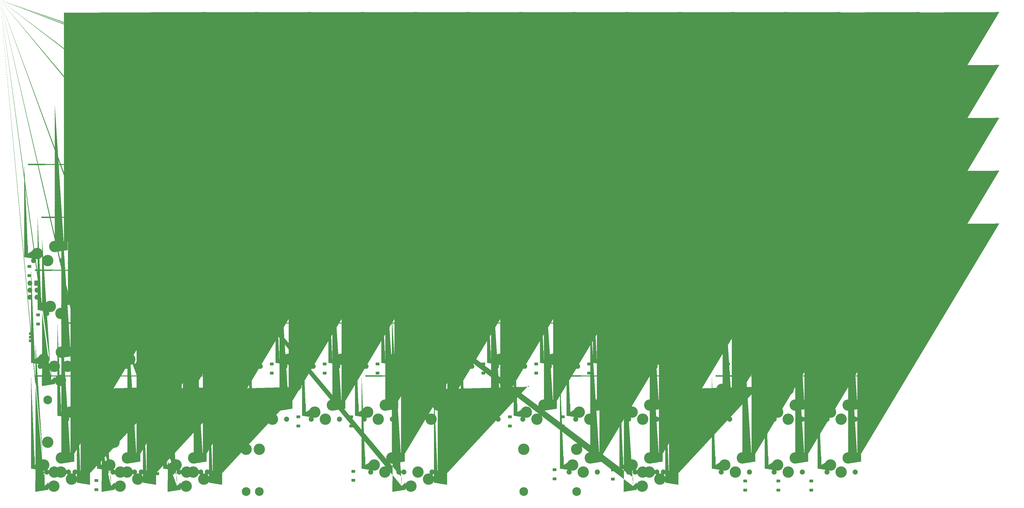
<source format=gbs>
G04 #@! TF.GenerationSoftware,KiCad,Pcbnew,(6.0.0-0)*
G04 #@! TF.CreationDate,2022-07-22T22:21:07+01:00*
G04 #@! TF.ProjectId,bakeneko-65-pcb,62616b65-6e65-46b6-9f2d-36352d706362,rev?*
G04 #@! TF.SameCoordinates,Original*
G04 #@! TF.FileFunction,Soldermask,Bot*
G04 #@! TF.FilePolarity,Negative*
%FSLAX46Y46*%
G04 Gerber Fmt 4.6, Leading zero omitted, Abs format (unit mm)*
G04 Created by KiCad (PCBNEW (6.0.0-0)) date 2022-07-22 22:21:07*
%MOMM*%
%LPD*%
G01*
G04 APERTURE LIST*
G04 Aperture macros list*
%AMRoundRect*
0 Rectangle with rounded corners*
0 $1 Rounding radius*
0 $2 $3 $4 $5 $6 $7 $8 $9 X,Y pos of 4 corners*
0 Add a 4 corners polygon primitive as box body*
4,1,4,$2,$3,$4,$5,$6,$7,$8,$9,$2,$3,0*
0 Add four circle primitives for the rounded corners*
1,1,$1+$1,$2,$3*
1,1,$1+$1,$4,$5*
1,1,$1+$1,$6,$7*
1,1,$1+$1,$8,$9*
0 Add four rect primitives between the rounded corners*
20,1,$1+$1,$2,$3,$4,$5,0*
20,1,$1+$1,$4,$5,$6,$7,0*
20,1,$1+$1,$6,$7,$8,$9,0*
20,1,$1+$1,$8,$9,$2,$3,0*%
%AMFreePoly0*
4,1,59,3.278779,2.028406,3.282808,2.027442,3.282605,2.026594,3.294134,2.026594,3.304789,2.022180,3.316000,2.019497,3.325327,2.012730,3.325660,2.013535,3.329487,2.011950,3.337641,2.003796,3.346976,1.997024,3.349143,1.993493,3.348401,1.993038,3.356548,1.984891,3.360961,1.974239,3.366993,1.964410,3.368805,1.953025,3.369610,1.953359,3.371195,1.949532,3.375000,1.930400,
3.375000,-1.930400,3.371195,-1.949532,3.369610,-1.953359,3.368805,-1.953025,3.366993,-1.964410,3.360961,-1.974239,3.356548,-1.984891,3.348401,-1.993038,3.349143,-1.993493,3.346976,-1.997024,3.337641,-2.003796,3.329487,-2.011950,3.325660,-2.013535,3.325327,-2.012730,3.316000,-2.019497,3.304789,-2.022180,3.294134,-2.026594,3.282605,-2.026594,3.282808,-2.027442,3.278779,-2.028406,
3.259288,-2.029158,-1.211112,-1.317958,-1.229410,-1.311193,-1.239239,-1.305161,-1.249891,-1.300748,-1.250639,-1.300000,-1.275000,-1.300000,-1.310355,-1.285355,-1.325000,-1.250000,-1.325000,1.250000,-1.310355,1.285355,-1.275000,1.300000,-1.250639,1.300000,-1.249891,1.300748,-1.239239,1.305161,-1.229410,1.311193,-1.211112,1.317958,3.259288,2.029158,3.278779,2.028406,3.278779,2.028406,
$1*%
%AMFreePoly1*
4,1,59,1.234912,1.317958,1.253212,1.311192,1.263038,1.305161,1.273689,1.300749,1.274438,1.300000,1.275000,1.300000,1.310355,1.285355,1.325000,1.250000,1.325000,-1.250000,1.310355,-1.285355,1.275000,-1.300000,1.274438,-1.300000,1.273689,-1.300749,1.263038,-1.305161,1.253212,-1.311192,1.234912,-1.317958,-3.235488,-2.029158,-3.254979,-2.028406,-3.259008,-2.027442,-3.258805,-2.026594,
-3.270334,-2.026594,-3.280989,-2.022180,-3.292200,-2.019497,-3.301527,-2.012730,-3.301860,-2.013535,-3.305687,-2.011950,-3.313841,-2.003796,-3.323176,-1.997024,-3.325343,-1.993493,-3.324601,-1.993038,-3.332748,-1.984891,-3.337161,-1.974239,-3.343193,-1.964410,-3.345005,-1.953025,-3.345810,-1.953359,-3.347395,-1.949532,-3.351200,-1.930400,-3.351200,1.930400,-3.347395,1.949532,-3.345810,1.953359,
-3.345005,1.953025,-3.343193,1.964410,-3.337161,1.974239,-3.332748,1.984891,-3.324601,1.993038,-3.325343,1.993493,-3.323176,1.997024,-3.313841,2.003796,-3.305687,2.011950,-3.301860,2.013535,-3.301527,2.012730,-3.292200,2.019497,-3.280989,2.022180,-3.270334,2.026594,-3.258805,2.026594,-3.259008,2.027442,-3.254979,2.028406,-3.235488,2.029158,1.234912,1.317958,1.234912,1.317958,
$1*%
G04 Aperture macros list end*
%ADD10RoundRect,0.050000X0.500000X0.500000X-0.500000X0.500000X-0.500000X-0.500000X0.500000X-0.500000X0*%
%ADD11O,1.100000X1.100000*%
%ADD12RoundRect,0.300000X-0.375000X-0.625000X0.375000X-0.625000X0.375000X0.625000X-0.375000X0.625000X0*%
%ADD13RoundRect,0.200000X-0.625000X0.150000X-0.625000X-0.150000X0.625000X-0.150000X0.625000X0.150000X0*%
%ADD14RoundRect,0.300000X-0.650000X0.350000X-0.650000X-0.350000X0.650000X-0.350000X0.650000X0.350000X0*%
%ADD15O,1.800000X1.800000*%
%ADD16RoundRect,0.050000X0.850000X0.850000X-0.850000X0.850000X-0.850000X-0.850000X0.850000X-0.850000X0*%
%ADD17RoundRect,0.293750X-0.243750X-0.456250X0.243750X-0.456250X0.243750X0.456250X-0.243750X0.456250X0*%
%ADD18RoundRect,0.050000X-0.850000X-0.500000X0.850000X-0.500000X0.850000X0.500000X-0.850000X0.500000X0*%
%ADD19RoundRect,0.293750X0.243750X0.456250X-0.243750X0.456250X-0.243750X-0.456250X0.243750X-0.456250X0*%
%ADD20RoundRect,0.293750X0.456250X-0.243750X0.456250X0.243750X-0.456250X0.243750X-0.456250X-0.243750X0*%
%ADD21RoundRect,0.112500X-0.062500X0.475000X-0.062500X-0.475000X0.062500X-0.475000X0.062500X0.475000X0*%
%ADD22RoundRect,0.112500X-0.475000X0.062500X-0.475000X-0.062500X0.475000X-0.062500X0.475000X0.062500X0*%
%ADD23RoundRect,0.050000X-2.600000X2.600000X-2.600000X-2.600000X2.600000X-2.600000X2.600000X2.600000X0*%
%ADD24RoundRect,0.050000X0.700000X0.600000X-0.700000X0.600000X-0.700000X-0.600000X0.700000X-0.600000X0*%
%ADD25RoundRect,0.293750X-0.456250X0.243750X-0.456250X-0.243750X0.456250X-0.243750X0.456250X0.243750X0*%
%ADD26RoundRect,0.050000X0.600000X-0.450000X0.600000X0.450000X-0.600000X0.450000X-0.600000X-0.450000X0*%
%ADD27C,1.850000*%
%ADD28C,4.087800*%
%ADD29C,4.100000*%
%ADD30FreePoly0,0.000000*%
%ADD31FreePoly1,0.000000*%
%ADD32FreePoly0,180.000000*%
%ADD33FreePoly1,180.000000*%
%ADD34C,3.148000*%
%ADD35RoundRect,0.050000X0.325000X-0.530000X0.325000X0.530000X-0.325000X0.530000X-0.325000X-0.530000X0*%
G04 APERTURE END LIST*
D10*
X2730000Y-37850000D03*
D11*
X2730000Y-36580000D03*
X2730000Y-35310000D03*
D12*
X23310000Y-17120000D03*
X26110000Y-17120000D03*
D13*
X64050000Y-16003750D03*
X64050000Y-17003750D03*
X64050000Y-18003750D03*
X64050000Y-19003750D03*
D14*
X67925000Y-20303750D03*
X67925000Y-14703750D03*
D15*
X2535000Y-22155000D03*
X5075000Y-22155000D03*
X2535000Y-19615000D03*
X5075000Y-19615000D03*
X2535000Y-17075000D03*
D16*
X5075000Y-17075000D03*
D17*
X31402500Y-18753750D03*
X33277500Y-18753750D03*
X31402500Y-16253750D03*
X33277500Y-16253750D03*
D18*
X58393750Y-37385000D03*
X52093750Y-37385000D03*
X58393750Y-33585000D03*
X52093750Y-33585000D03*
D19*
X43697500Y-32860000D03*
X41822500Y-32860000D03*
X24061250Y-28750000D03*
X22186250Y-28750000D03*
D20*
X31700000Y-44937500D03*
X31700000Y-43062500D03*
D21*
X26053750Y-34421250D03*
X26553750Y-34421250D03*
X27053750Y-34421250D03*
X27553750Y-34421250D03*
X28053750Y-34421250D03*
X28553750Y-34421250D03*
X29053750Y-34421250D03*
X29553750Y-34421250D03*
X30053750Y-34421250D03*
X30553750Y-34421250D03*
X31053750Y-34421250D03*
D22*
X31891250Y-35258750D03*
X31891250Y-35758750D03*
X31891250Y-36258750D03*
X31891250Y-36758750D03*
X31891250Y-37258750D03*
X31891250Y-37758750D03*
X31891250Y-38258750D03*
X31891250Y-38758750D03*
X31891250Y-39258750D03*
X31891250Y-39758750D03*
X31891250Y-40258750D03*
D21*
X31053750Y-41096250D03*
X30553750Y-41096250D03*
X30053750Y-41096250D03*
X29553750Y-41096250D03*
X29053750Y-41096250D03*
X28553750Y-41096250D03*
X28053750Y-41096250D03*
X27553750Y-41096250D03*
X27053750Y-41096250D03*
X26553750Y-41096250D03*
X26053750Y-41096250D03*
D22*
X25216250Y-40258750D03*
X25216250Y-39758750D03*
X25216250Y-39258750D03*
X25216250Y-38758750D03*
X25216250Y-38258750D03*
X25216250Y-37758750D03*
X25216250Y-37258750D03*
X25216250Y-36758750D03*
X25216250Y-36258750D03*
X25216250Y-35758750D03*
X25216250Y-35258750D03*
D23*
X28553750Y-37758750D03*
D24*
X43860000Y-36510000D03*
X41660000Y-36510000D03*
X41660000Y-34810000D03*
X43860000Y-34810000D03*
D25*
X35150000Y-33312500D03*
X35150000Y-35187500D03*
X49710000Y-33582500D03*
X49710000Y-35457500D03*
D26*
X2381250Y-14350000D03*
X2381250Y-11050000D03*
X17462500Y-11450000D03*
X17462500Y-8150000D03*
X36512500Y-11443750D03*
X36512500Y-8143750D03*
X55562500Y-11443750D03*
X55562500Y-8143750D03*
X74612500Y-11443750D03*
X74612500Y-8143750D03*
X93662500Y-11443750D03*
X93662500Y-8143750D03*
X112712500Y-11443750D03*
X112712500Y-8143750D03*
X132031250Y-11443750D03*
X132031250Y-8143750D03*
X151081250Y-11443750D03*
X151081250Y-8143750D03*
X170131250Y-11443750D03*
X170131250Y-8143750D03*
X189181250Y-11443750D03*
X189181250Y-8143750D03*
X208231250Y-11443750D03*
X208231250Y-8143750D03*
X247125000Y-11443750D03*
X247125000Y-8143750D03*
X284797500Y-17525000D03*
X284797500Y-14225000D03*
X287972500Y-17048750D03*
X287972500Y-13748750D03*
X5556250Y-31812500D03*
X5556250Y-28512500D03*
X67750000Y-31900000D03*
X67750000Y-28600000D03*
X64562500Y-30493750D03*
X64562500Y-27193750D03*
X83612500Y-30493750D03*
X83612500Y-27193750D03*
X86750000Y-31650000D03*
X86750000Y-28350000D03*
X103981250Y-30493750D03*
X103981250Y-27193750D03*
X123031250Y-30493750D03*
X123031250Y-27193750D03*
X142081250Y-30493750D03*
X142081250Y-27193750D03*
X161131250Y-30493750D03*
X161131250Y-27193750D03*
X180181250Y-30493750D03*
X180181250Y-27193750D03*
X199231250Y-30493750D03*
X199231250Y-27193750D03*
X218281250Y-30493750D03*
X218281250Y-27193750D03*
X237331250Y-30493750D03*
X237331250Y-27193750D03*
X261143750Y-30493750D03*
X261143750Y-27193750D03*
X284956250Y-30493750D03*
X284956250Y-27193750D03*
X26193750Y-52450000D03*
X26193750Y-49150000D03*
X50275000Y-49543750D03*
X50275000Y-46243750D03*
X53450000Y-50900000D03*
X53450000Y-47600000D03*
X70643750Y-49543750D03*
X70643750Y-46243750D03*
X108743750Y-49543750D03*
X108743750Y-46243750D03*
X127793750Y-49543750D03*
X127793750Y-46243750D03*
X146843750Y-49543750D03*
X146843750Y-46243750D03*
X165893750Y-49543750D03*
X165893750Y-46243750D03*
X184943750Y-49543750D03*
X184943750Y-46243750D03*
X203993750Y-49543750D03*
X203993750Y-46243750D03*
X223043750Y-49543750D03*
X223043750Y-46243750D03*
X254000000Y-49543750D03*
X254000000Y-46243750D03*
X284956250Y-49543750D03*
X284956250Y-46243750D03*
X28843750Y-68593750D03*
X28843750Y-65293750D03*
X42068750Y-68593750D03*
X42068750Y-65293750D03*
X61118750Y-68593750D03*
X61118750Y-65293750D03*
X80168750Y-68593750D03*
X80168750Y-65293750D03*
X99218750Y-68593750D03*
X99218750Y-65293750D03*
X118268750Y-68593750D03*
X118268750Y-65293750D03*
X137318750Y-68593750D03*
X137318750Y-65293750D03*
X156368750Y-68593750D03*
X156368750Y-65293750D03*
X175418750Y-68593750D03*
X175418750Y-65293750D03*
X194468750Y-68593750D03*
X194468750Y-65293750D03*
X213518750Y-68593750D03*
X213518750Y-65293750D03*
X239712500Y-68593750D03*
X239712500Y-65293750D03*
X265906250Y-68593750D03*
X265906250Y-65293750D03*
X284956250Y-68593750D03*
X284956250Y-65293750D03*
X23018750Y-83406250D03*
X23018750Y-80106250D03*
X26540000Y-91530000D03*
X26540000Y-88230000D03*
X48418750Y-85787500D03*
X48418750Y-82487500D03*
X119062500Y-88168750D03*
X119062500Y-84868750D03*
X212566250Y-87692500D03*
X212566250Y-84392500D03*
X260191250Y-91661250D03*
X260191250Y-88361250D03*
X272097500Y-91661250D03*
X272097500Y-88361250D03*
X284003750Y-91661250D03*
X284003750Y-88361250D03*
D27*
X14080000Y-9000000D03*
X3920000Y-9000000D03*
D28*
X9000000Y-9000000D03*
D29*
X5190000Y-6460000D03*
D30*
X1915000Y-6460000D03*
D29*
X11540000Y-3920000D03*
D31*
X14841000Y-3920000D03*
D27*
X33130000Y-9000000D03*
D28*
X28050000Y-9000000D03*
D27*
X22970000Y-9000000D03*
D29*
X24240000Y-6460000D03*
D30*
X20965000Y-6460000D03*
D31*
X33891000Y-3920000D03*
D29*
X30590000Y-3920000D03*
D27*
X52180000Y-9000000D03*
D28*
X47100000Y-9000000D03*
D27*
X42020000Y-9000000D03*
D29*
X43290000Y-6460000D03*
D30*
X40015000Y-6460000D03*
D29*
X49640000Y-3920000D03*
D31*
X52941000Y-3920000D03*
D27*
X71230000Y-9000000D03*
X61070000Y-9000000D03*
D28*
X66150000Y-9000000D03*
D29*
X62340000Y-6460000D03*
D30*
X59065000Y-6460000D03*
D29*
X68690000Y-3920000D03*
D31*
X71991000Y-3920000D03*
D27*
X80120000Y-9000000D03*
D28*
X85200000Y-9000000D03*
D27*
X90280000Y-9000000D03*
D30*
X78115000Y-6460000D03*
D29*
X81390000Y-6460000D03*
D31*
X91041000Y-3920000D03*
D29*
X87740000Y-3920000D03*
D27*
X109330000Y-9000000D03*
D28*
X104250000Y-9000000D03*
D27*
X99170000Y-9000000D03*
D30*
X97165000Y-6460000D03*
D29*
X100440000Y-6460000D03*
X106790000Y-3920000D03*
D31*
X110091000Y-3920000D03*
D27*
X118220000Y-9000000D03*
X128380000Y-9000000D03*
D28*
X123300000Y-9000000D03*
D29*
X119490000Y-6460000D03*
D30*
X116215000Y-6460000D03*
D29*
X125840000Y-3920000D03*
D31*
X129141000Y-3920000D03*
D28*
X161400000Y-9000000D03*
D27*
X166480000Y-9000000D03*
X156320000Y-9000000D03*
D30*
X154315000Y-6460000D03*
D29*
X157590000Y-6460000D03*
D31*
X167241000Y-3920000D03*
D29*
X163940000Y-3920000D03*
D27*
X185530000Y-9000000D03*
D28*
X180450000Y-9000000D03*
D27*
X175370000Y-9000000D03*
D29*
X176640000Y-6460000D03*
D30*
X173365000Y-6460000D03*
D29*
X182990000Y-3920000D03*
D31*
X186291000Y-3920000D03*
D27*
X194420000Y-9000000D03*
D28*
X199500000Y-9000000D03*
D27*
X204580000Y-9000000D03*
D30*
X192415000Y-6460000D03*
D29*
X195690000Y-6460000D03*
X202040000Y-3920000D03*
D31*
X205341000Y-3920000D03*
D27*
X223630000Y-9000000D03*
D28*
X218550000Y-9000000D03*
D27*
X213470000Y-9000000D03*
D30*
X211465000Y-6460000D03*
D29*
X214740000Y-6460000D03*
D31*
X224391000Y-3920000D03*
D29*
X221090000Y-3920000D03*
D27*
X242680000Y-9000000D03*
X232520000Y-9000000D03*
D28*
X237600000Y-9000000D03*
D30*
X230515000Y-6460000D03*
D29*
X233790000Y-6460000D03*
X240140000Y-3920000D03*
D31*
X243441000Y-3920000D03*
D28*
X256650000Y-9000000D03*
D27*
X251570000Y-9000000D03*
X261730000Y-9000000D03*
D29*
X260460000Y-11540000D03*
D32*
X263735000Y-11540000D03*
D33*
X250809000Y-14080000D03*
D29*
X254110000Y-14080000D03*
D27*
X271255000Y-9000000D03*
D34*
X254237000Y-2015000D03*
D27*
X261095000Y-9000000D03*
D28*
X266175000Y-9000000D03*
X254237000Y-17255000D03*
X278113000Y-17255000D03*
D34*
X278113000Y-2015000D03*
D29*
X262365000Y-6460000D03*
D30*
X259090000Y-6460000D03*
D29*
X268715000Y-3920000D03*
D31*
X272016000Y-3920000D03*
D27*
X8682500Y-28050000D03*
D28*
X13762500Y-28050000D03*
D27*
X18842500Y-28050000D03*
D29*
X9952500Y-25510000D03*
D30*
X6677500Y-25510000D03*
D31*
X19603500Y-22970000D03*
D29*
X16302500Y-22970000D03*
D28*
X37575000Y-28050000D03*
D27*
X42655000Y-28050000D03*
X32495000Y-28050000D03*
D29*
X33765000Y-25510000D03*
D30*
X30490000Y-25510000D03*
D29*
X40115000Y-22970000D03*
D31*
X43416000Y-22970000D03*
D28*
X56625000Y-28050000D03*
D27*
X51545000Y-28050000D03*
X61705000Y-28050000D03*
D30*
X49540000Y-25510000D03*
D29*
X52815000Y-25510000D03*
D31*
X62466000Y-22970000D03*
D29*
X59165000Y-22970000D03*
D28*
X75675000Y-28050000D03*
D27*
X70595000Y-28050000D03*
X80755000Y-28050000D03*
D30*
X68590000Y-25510000D03*
D29*
X71865000Y-25510000D03*
X78215000Y-22970000D03*
D31*
X81516000Y-22970000D03*
D28*
X94725000Y-28050000D03*
D27*
X99805000Y-28050000D03*
X89645000Y-28050000D03*
D29*
X90915000Y-25510000D03*
D30*
X87640000Y-25510000D03*
D31*
X100566000Y-22970000D03*
D29*
X97265000Y-22970000D03*
D27*
X118855000Y-28050000D03*
D28*
X113775000Y-28050000D03*
D27*
X108695000Y-28050000D03*
D29*
X109965000Y-25510000D03*
D30*
X106690000Y-25510000D03*
D31*
X119616000Y-22970000D03*
D29*
X116315000Y-22970000D03*
D28*
X132825000Y-28050000D03*
D27*
X127745000Y-28050000D03*
X137905000Y-28050000D03*
D29*
X129015000Y-25510000D03*
D30*
X125740000Y-25510000D03*
D29*
X135365000Y-22970000D03*
D31*
X138666000Y-22970000D03*
D28*
X151875000Y-28050000D03*
D27*
X146795000Y-28050000D03*
X156955000Y-28050000D03*
D30*
X144790000Y-25510000D03*
D29*
X148065000Y-25510000D03*
X154415000Y-22970000D03*
D31*
X157716000Y-22970000D03*
D27*
X176005000Y-28050000D03*
X165845000Y-28050000D03*
D28*
X170925000Y-28050000D03*
D29*
X167115000Y-25510000D03*
D30*
X163840000Y-25510000D03*
D31*
X176766000Y-22970000D03*
D29*
X173465000Y-22970000D03*
D27*
X184895000Y-28050000D03*
D28*
X189975000Y-28050000D03*
D27*
X195055000Y-28050000D03*
D30*
X182890000Y-25510000D03*
D29*
X186165000Y-25510000D03*
X192515000Y-22970000D03*
D31*
X195816000Y-22970000D03*
D28*
X209025000Y-28050000D03*
D27*
X203945000Y-28050000D03*
X214105000Y-28050000D03*
D30*
X201940000Y-25510000D03*
D29*
X205215000Y-25510000D03*
D31*
X214866000Y-22970000D03*
D29*
X211565000Y-22970000D03*
D28*
X228075000Y-28050000D03*
D27*
X233155000Y-28050000D03*
X222995000Y-28050000D03*
D30*
X220990000Y-25510000D03*
D29*
X224265000Y-25510000D03*
D31*
X233916000Y-22970000D03*
D29*
X230615000Y-22970000D03*
D27*
X242045000Y-28050000D03*
X252205000Y-28050000D03*
D28*
X247125000Y-28050000D03*
D29*
X243315000Y-25510000D03*
D30*
X240040000Y-25510000D03*
D29*
X249665000Y-22970000D03*
D31*
X252966000Y-22970000D03*
D28*
X270937500Y-28050000D03*
D27*
X265857500Y-28050000D03*
X276017500Y-28050000D03*
D29*
X267127500Y-25510000D03*
D30*
X263852500Y-25510000D03*
D31*
X276778500Y-22970000D03*
D29*
X273477500Y-22970000D03*
D27*
X289670000Y-28050000D03*
D28*
X294750000Y-28050000D03*
D27*
X299830000Y-28050000D03*
D30*
X287665000Y-25510000D03*
D29*
X290940000Y-25510000D03*
D31*
X300591000Y-22970000D03*
D29*
X297290000Y-22970000D03*
D28*
X11381250Y-47100000D03*
D27*
X16461250Y-47100000D03*
X6301250Y-47100000D03*
D30*
X4296250Y-44560000D03*
D29*
X7571250Y-44560000D03*
D31*
X17222250Y-42020000D03*
D29*
X13921250Y-42020000D03*
D28*
X16143750Y-47100000D03*
D27*
X11063750Y-47100000D03*
X21223750Y-47100000D03*
D29*
X19953750Y-49640000D03*
D32*
X23228750Y-49640000D03*
D29*
X13603750Y-52180000D03*
D33*
X10302750Y-52180000D03*
D28*
X42337500Y-47100000D03*
D27*
X47417500Y-47100000D03*
X37257500Y-47100000D03*
D30*
X35252500Y-44560000D03*
D29*
X38527500Y-44560000D03*
D31*
X48178500Y-42020000D03*
D29*
X44877500Y-42020000D03*
D27*
X66467500Y-47100000D03*
D28*
X61387500Y-47100000D03*
D27*
X56307500Y-47100000D03*
D29*
X57577500Y-44560000D03*
D30*
X54302500Y-44560000D03*
D31*
X67228500Y-42020000D03*
D29*
X63927500Y-42020000D03*
D27*
X75357500Y-47100000D03*
D28*
X80437500Y-47100000D03*
D27*
X85517500Y-47100000D03*
D30*
X73352500Y-44560000D03*
D29*
X76627500Y-44560000D03*
X82977500Y-42020000D03*
D31*
X86278500Y-42020000D03*
D28*
X99487500Y-47100000D03*
D27*
X104567500Y-47100000D03*
X94407500Y-47100000D03*
D29*
X95677500Y-44560000D03*
D30*
X92402500Y-44560000D03*
D31*
X105328500Y-42020000D03*
D29*
X102027500Y-42020000D03*
D27*
X123617500Y-47100000D03*
D28*
X118537500Y-47100000D03*
D27*
X113457500Y-47100000D03*
D29*
X114727500Y-44560000D03*
D30*
X111452500Y-44560000D03*
D29*
X121077500Y-42020000D03*
D31*
X124378500Y-42020000D03*
D28*
X137587500Y-47100000D03*
D27*
X132507500Y-47100000D03*
X142667500Y-47100000D03*
D30*
X130502500Y-44560000D03*
D29*
X133777500Y-44560000D03*
D31*
X143428500Y-42020000D03*
D29*
X140127500Y-42020000D03*
D27*
X151557500Y-47100000D03*
X161717500Y-47100000D03*
D28*
X156637500Y-47100000D03*
D29*
X152827500Y-44560000D03*
D30*
X149552500Y-44560000D03*
D31*
X162478500Y-42020000D03*
D29*
X159177500Y-42020000D03*
D27*
X180767500Y-47100000D03*
D28*
X175687500Y-47100000D03*
D27*
X170607500Y-47100000D03*
D29*
X171877500Y-44560000D03*
D30*
X168602500Y-44560000D03*
D31*
X181528500Y-42020000D03*
D29*
X178227500Y-42020000D03*
D27*
X189657500Y-47100000D03*
X199817500Y-47100000D03*
D28*
X194737500Y-47100000D03*
D30*
X187652500Y-44560000D03*
D29*
X190927500Y-44560000D03*
X197277500Y-42020000D03*
D31*
X200578500Y-42020000D03*
D27*
X218867500Y-47100000D03*
X208707500Y-47100000D03*
D28*
X213787500Y-47100000D03*
D29*
X209977500Y-44560000D03*
D30*
X206702500Y-44560000D03*
D31*
X219628500Y-42020000D03*
D29*
X216327500Y-42020000D03*
D28*
X232837500Y-47100000D03*
D27*
X237917500Y-47100000D03*
X227757500Y-47100000D03*
D29*
X229027500Y-44560000D03*
D30*
X225752500Y-44560000D03*
D29*
X235377500Y-42020000D03*
D31*
X238678500Y-42020000D03*
D34*
X275731750Y-40115000D03*
D27*
X268873750Y-47100000D03*
D34*
X251855750Y-40115000D03*
D28*
X275731750Y-55355000D03*
X263793750Y-47100000D03*
D27*
X258713750Y-47100000D03*
D28*
X251855750Y-55355000D03*
D30*
X256708750Y-44560000D03*
D29*
X259983750Y-44560000D03*
D31*
X269634750Y-42020000D03*
D29*
X266333750Y-42020000D03*
D28*
X294750000Y-47100000D03*
D27*
X289670000Y-47100000D03*
X299830000Y-47100000D03*
D29*
X290940000Y-44560000D03*
D30*
X287665000Y-44560000D03*
D31*
X300591000Y-42020000D03*
D29*
X297290000Y-42020000D03*
D34*
X32844250Y-59165000D03*
D28*
X20906250Y-66150000D03*
X32844250Y-74405000D03*
X8968250Y-74405000D03*
D27*
X15826250Y-66150000D03*
D34*
X8968250Y-59165000D03*
D27*
X25986250Y-66150000D03*
D30*
X13821250Y-63610000D03*
D29*
X17096250Y-63610000D03*
D31*
X26747250Y-61070000D03*
D29*
X23446250Y-61070000D03*
D28*
X51862500Y-66150000D03*
D27*
X46782500Y-66150000D03*
X56942500Y-66150000D03*
D30*
X44777500Y-63610000D03*
D29*
X48052500Y-63610000D03*
X54402500Y-61070000D03*
D31*
X57703500Y-61070000D03*
D27*
X75992500Y-66150000D03*
D28*
X70912500Y-66150000D03*
D27*
X65832500Y-66150000D03*
D29*
X67102500Y-63610000D03*
D30*
X63827500Y-63610000D03*
D31*
X76753500Y-61070000D03*
D29*
X73452500Y-61070000D03*
D27*
X95042500Y-66150000D03*
D28*
X89962500Y-66150000D03*
D27*
X84882500Y-66150000D03*
D29*
X86152500Y-63610000D03*
D30*
X82877500Y-63610000D03*
D31*
X95803500Y-61070000D03*
D29*
X92502500Y-61070000D03*
D27*
X103932500Y-66150000D03*
X114092500Y-66150000D03*
D28*
X109012500Y-66150000D03*
D30*
X101927500Y-63610000D03*
D29*
X105202500Y-63610000D03*
X111552500Y-61070000D03*
D31*
X114853500Y-61070000D03*
D28*
X128062500Y-66150000D03*
D27*
X122982500Y-66150000D03*
X133142500Y-66150000D03*
D30*
X120977500Y-63610000D03*
D29*
X124252500Y-63610000D03*
X130602500Y-61070000D03*
D31*
X133903500Y-61070000D03*
D27*
X152192500Y-66150000D03*
D28*
X147112500Y-66150000D03*
D27*
X142032500Y-66150000D03*
D29*
X143302500Y-63610000D03*
D30*
X140027500Y-63610000D03*
D29*
X149652500Y-61070000D03*
D31*
X152953500Y-61070000D03*
D27*
X171242500Y-66150000D03*
D28*
X166162500Y-66150000D03*
D27*
X161082500Y-66150000D03*
D29*
X162352500Y-63610000D03*
D30*
X159077500Y-63610000D03*
D29*
X168702500Y-61070000D03*
D31*
X172003500Y-61070000D03*
D28*
X185212500Y-66150000D03*
D27*
X180132500Y-66150000D03*
X190292500Y-66150000D03*
D29*
X181402500Y-63610000D03*
D30*
X178127500Y-63610000D03*
D31*
X191053500Y-61070000D03*
D29*
X187752500Y-61070000D03*
D27*
X199182500Y-66150000D03*
D28*
X204262500Y-66150000D03*
D27*
X209342500Y-66150000D03*
D29*
X200452500Y-63610000D03*
D30*
X197177500Y-63610000D03*
D31*
X210103500Y-61070000D03*
D29*
X206802500Y-61070000D03*
D27*
X218232500Y-66150000D03*
D28*
X223312500Y-66150000D03*
D27*
X228392500Y-66150000D03*
D30*
X216227500Y-63610000D03*
D29*
X219502500Y-63610000D03*
X225852500Y-61070000D03*
D31*
X229153500Y-61070000D03*
D27*
X254586250Y-66150000D03*
X244426250Y-66150000D03*
D28*
X249506250Y-66150000D03*
D30*
X242421250Y-63610000D03*
D29*
X245696250Y-63610000D03*
X252046250Y-61070000D03*
D31*
X255347250Y-61070000D03*
D28*
X275700000Y-66150000D03*
D27*
X280780000Y-66150000D03*
X270620000Y-66150000D03*
D29*
X271890000Y-63610000D03*
D30*
X268615000Y-63610000D03*
D31*
X281541000Y-61070000D03*
D29*
X278240000Y-61070000D03*
D27*
X289670000Y-66150000D03*
X299830000Y-66150000D03*
D28*
X294750000Y-66150000D03*
D29*
X290940000Y-63610000D03*
D30*
X287665000Y-63610000D03*
D29*
X297290000Y-61070000D03*
D31*
X300591000Y-61070000D03*
D27*
X8682500Y-85200000D03*
X18842500Y-85200000D03*
D28*
X13762500Y-85200000D03*
D32*
X20847500Y-87740000D03*
D29*
X17572500Y-87740000D03*
D33*
X7921500Y-90280000D03*
D29*
X11222500Y-90280000D03*
D27*
X42655000Y-85200000D03*
D28*
X37575000Y-85200000D03*
D27*
X32495000Y-85200000D03*
D32*
X44660000Y-87740000D03*
D29*
X41385000Y-87740000D03*
X35035000Y-90280000D03*
D33*
X31734000Y-90280000D03*
D27*
X56307500Y-85200000D03*
D28*
X61387500Y-85200000D03*
D27*
X66467500Y-85200000D03*
D29*
X65197500Y-87740000D03*
D32*
X68472500Y-87740000D03*
D29*
X58847500Y-90280000D03*
D33*
X55546500Y-90280000D03*
D27*
X196801250Y-85200000D03*
X206961250Y-85200000D03*
D28*
X201881250Y-85200000D03*
D29*
X198071250Y-82660000D03*
D30*
X194796250Y-82660000D03*
D31*
X207722250Y-80120000D03*
D29*
X204421250Y-80120000D03*
D27*
X218232500Y-85200000D03*
X228392500Y-85200000D03*
D28*
X223312500Y-85200000D03*
D30*
X216227500Y-82660000D03*
D29*
X219502500Y-82660000D03*
D31*
X229153500Y-80120000D03*
D29*
X225852500Y-80120000D03*
D28*
X256650000Y-85200000D03*
D27*
X261730000Y-85200000D03*
X251570000Y-85200000D03*
D30*
X249565000Y-82660000D03*
D29*
X252840000Y-82660000D03*
D31*
X262491000Y-80120000D03*
D29*
X259190000Y-80120000D03*
D27*
X280780000Y-85200000D03*
D28*
X275700000Y-85200000D03*
D27*
X270620000Y-85200000D03*
D30*
X268615000Y-82660000D03*
D29*
X271890000Y-82660000D03*
X278240000Y-80120000D03*
D31*
X281541000Y-80120000D03*
D27*
X299830000Y-85200000D03*
D28*
X294750000Y-85200000D03*
D27*
X289670000Y-85200000D03*
D30*
X287665000Y-82660000D03*
D29*
X290940000Y-82660000D03*
X297290000Y-80120000D03*
D31*
X300591000Y-80120000D03*
D27*
X220613750Y-85200000D03*
X230773750Y-85200000D03*
D28*
X225693750Y-85200000D03*
D32*
X232778750Y-87740000D03*
D29*
X229503750Y-87740000D03*
X223153750Y-90280000D03*
D33*
X219852750Y-90280000D03*
D27*
X137270000Y-85200000D03*
D34*
X199500000Y-92185000D03*
D28*
X142350000Y-85200000D03*
X85200000Y-76945000D03*
D34*
X85200000Y-92185000D03*
D28*
X199500000Y-76945000D03*
D27*
X147430000Y-85200000D03*
D29*
X146160000Y-87740000D03*
D32*
X149435000Y-87740000D03*
D29*
X139810000Y-90280000D03*
D33*
X136509000Y-90280000D03*
D28*
X142350000Y-9000000D03*
D27*
X137270000Y-9000000D03*
X147430000Y-9000000D03*
D29*
X138540000Y-6460000D03*
D30*
X135265000Y-6460000D03*
D29*
X144890000Y-3920000D03*
D31*
X148191000Y-3920000D03*
D26*
X227281250Y-11443750D03*
X227281250Y-8143750D03*
D25*
X28500000Y-28662500D03*
X28500000Y-30537500D03*
D19*
X43697500Y-38460000D03*
X41822500Y-38460000D03*
D20*
X24850000Y-44287500D03*
X24850000Y-42412500D03*
D26*
X89693750Y-49543750D03*
X89693750Y-46243750D03*
X191562500Y-87643750D03*
X191562500Y-84343750D03*
D17*
X21112500Y-40550000D03*
X22987500Y-40550000D03*
D27*
X289670000Y-9000000D03*
D28*
X294750000Y-9000000D03*
D27*
X299830000Y-9000000D03*
D29*
X290940000Y-6460000D03*
D30*
X287665000Y-6460000D03*
D31*
X300591000Y-3920000D03*
D29*
X297290000Y-3920000D03*
D27*
X270620000Y-9000000D03*
D28*
X275700000Y-9000000D03*
D27*
X280780000Y-9000000D03*
D29*
X279510000Y-11540000D03*
D32*
X282785000Y-11540000D03*
D29*
X273160000Y-14080000D03*
D33*
X269859000Y-14080000D03*
D28*
X11381250Y-85200000D03*
D27*
X16461250Y-85200000D03*
X6301250Y-85200000D03*
D30*
X4296250Y-82660000D03*
D29*
X7571250Y-82660000D03*
X13921250Y-80120000D03*
D31*
X17222250Y-80120000D03*
D27*
X40273750Y-85200000D03*
D28*
X35193750Y-85200000D03*
D27*
X30113750Y-85200000D03*
D30*
X28108750Y-82660000D03*
D29*
X31383750Y-82660000D03*
D31*
X41034750Y-80120000D03*
D29*
X37733750Y-80120000D03*
D28*
X59006250Y-85200000D03*
D27*
X53926250Y-85200000D03*
X64086250Y-85200000D03*
D29*
X55196250Y-82660000D03*
D30*
X51921250Y-82660000D03*
D29*
X61546250Y-80120000D03*
D31*
X64847250Y-80120000D03*
D28*
X80443850Y-76945000D03*
D27*
X125363750Y-85200000D03*
D34*
X180443650Y-92185000D03*
D28*
X180443650Y-76945000D03*
D27*
X135523750Y-85200000D03*
D28*
X130443750Y-85200000D03*
D34*
X80443850Y-92185000D03*
D29*
X126633750Y-82660000D03*
D30*
X123358750Y-82660000D03*
D31*
X136284750Y-80120000D03*
D29*
X132983750Y-80120000D03*
D35*
X39173750Y-18603750D03*
X38223750Y-18603750D03*
X37273750Y-18603750D03*
X37273750Y-16403750D03*
X38223750Y-16403750D03*
X39173750Y-16403750D03*
M02*

</source>
